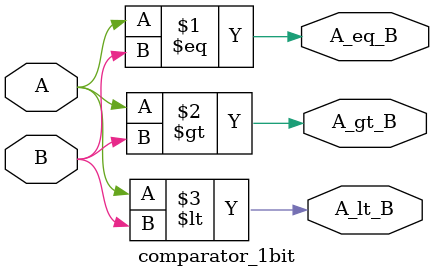
<source format=sv>
module comparator_1bit (
    input A,
    input B,
    output A_eq_B,  // A equals B
    output A_gt_B,  // A greater than B
    output A_lt_B   // A less than B
);

    assign A_eq_B = (A == B);
    assign A_gt_B = (A > B);
    assign A_lt_B = (A < B);

endmodule

</source>
